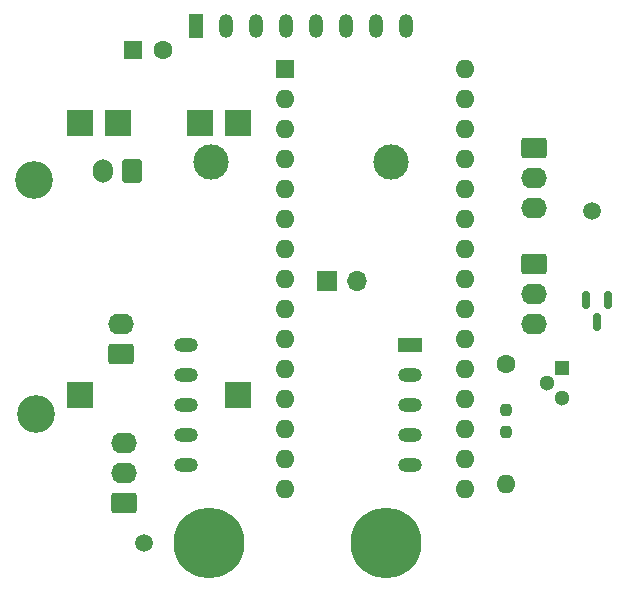
<source format=gbr>
%TF.GenerationSoftware,KiCad,Pcbnew,(5.99.0-11051-gdb19ae226a)*%
%TF.CreationDate,2021-08-12T21:18:40+02:00*%
%TF.ProjectId,boitarire,626f6974-6172-4697-9265-2e6b69636164,rev?*%
%TF.SameCoordinates,Original*%
%TF.FileFunction,Soldermask,Bot*%
%TF.FilePolarity,Negative*%
%FSLAX46Y46*%
G04 Gerber Fmt 4.6, Leading zero omitted, Abs format (unit mm)*
G04 Created by KiCad (PCBNEW (5.99.0-11051-gdb19ae226a)) date 2021-08-12 21:18:40*
%MOMM*%
%LPD*%
G01*
G04 APERTURE LIST*
G04 Aperture macros list*
%AMRoundRect*
0 Rectangle with rounded corners*
0 $1 Rounding radius*
0 $2 $3 $4 $5 $6 $7 $8 $9 X,Y pos of 4 corners*
0 Add a 4 corners polygon primitive as box body*
4,1,4,$2,$3,$4,$5,$6,$7,$8,$9,$2,$3,0*
0 Add four circle primitives for the rounded corners*
1,1,$1+$1,$2,$3*
1,1,$1+$1,$4,$5*
1,1,$1+$1,$6,$7*
1,1,$1+$1,$8,$9*
0 Add four rect primitives between the rounded corners*
20,1,$1+$1,$2,$3,$4,$5,0*
20,1,$1+$1,$4,$5,$6,$7,0*
20,1,$1+$1,$6,$7,$8,$9,0*
20,1,$1+$1,$8,$9,$2,$3,0*%
G04 Aperture macros list end*
%ADD10R,2.250000X2.250000*%
%ADD11C,3.200000*%
%ADD12R,1.700000X1.700000*%
%ADD13O,1.700000X1.700000*%
%ADD14R,1.600000X1.600000*%
%ADD15O,1.600000X1.600000*%
%ADD16C,3.000000*%
%ADD17R,1.200000X2.000000*%
%ADD18O,1.200000X2.000000*%
%ADD19RoundRect,0.250000X-0.845000X0.620000X-0.845000X-0.620000X0.845000X-0.620000X0.845000X0.620000X0*%
%ADD20O,2.190000X1.740000*%
%ADD21RoundRect,0.250000X0.845000X-0.620000X0.845000X0.620000X-0.845000X0.620000X-0.845000X-0.620000X0*%
%ADD22RoundRect,0.250000X0.600000X0.750000X-0.600000X0.750000X-0.600000X-0.750000X0.600000X-0.750000X0*%
%ADD23O,1.700000X2.000000*%
%ADD24R,1.300000X1.300000*%
%ADD25C,1.300000*%
%ADD26RoundRect,0.237500X-0.237500X0.250000X-0.237500X-0.250000X0.237500X-0.250000X0.237500X0.250000X0*%
%ADD27C,1.600000*%
%ADD28R,2.000000X1.200000*%
%ADD29O,2.000000X1.200000*%
%ADD30C,6.000000*%
%ADD31C,1.500000*%
%ADD32RoundRect,0.150000X-0.150000X0.587500X-0.150000X-0.587500X0.150000X-0.587500X0.150000X0.587500X0*%
G04 APERTURE END LIST*
D10*
%TO.C,U2*%
X144850000Y-77350000D03*
X158150000Y-77350000D03*
X148000000Y-54350000D03*
X155000000Y-54350000D03*
X144850000Y-54350000D03*
X158150000Y-54350000D03*
%TD*%
D11*
%TO.C,H103*%
X141100000Y-79000000D03*
%TD*%
D12*
%TO.C,SW1*%
X165725000Y-67750000D03*
D13*
X168265000Y-67750000D03*
%TD*%
D11*
%TO.C,H104*%
X140900000Y-59200000D03*
%TD*%
D14*
%TO.C,A1*%
X162140000Y-49750000D03*
D15*
X162140000Y-52290000D03*
X162140000Y-54830000D03*
X162140000Y-57370000D03*
X162140000Y-59910000D03*
X162140000Y-62450000D03*
X162140000Y-64990000D03*
X162140000Y-67530000D03*
X162140000Y-70070000D03*
X162140000Y-72610000D03*
X162140000Y-75150000D03*
X162140000Y-77690000D03*
X162140000Y-80230000D03*
X162140000Y-82770000D03*
X162140000Y-85310000D03*
X177380000Y-85310000D03*
X177380000Y-82770000D03*
X177380000Y-80230000D03*
X177380000Y-77690000D03*
X177380000Y-75150000D03*
X177380000Y-72610000D03*
X177380000Y-70070000D03*
X177380000Y-67530000D03*
X177380000Y-64990000D03*
X177380000Y-62450000D03*
X177380000Y-59910000D03*
X177380000Y-57370000D03*
X177380000Y-54830000D03*
X177380000Y-52290000D03*
X177380000Y-49750000D03*
%TD*%
D16*
%TO.C,U1*%
X155880000Y-57625000D03*
X171120000Y-57625000D03*
D17*
X154610000Y-46125000D03*
D18*
X157150000Y-46125000D03*
X159690000Y-46125000D03*
X162230000Y-46125000D03*
X164770000Y-46125000D03*
X167310000Y-46125000D03*
X169850000Y-46125000D03*
X172390000Y-46125000D03*
%TD*%
D19*
%TO.C,J4*%
X183250000Y-66250000D03*
D20*
X183250000Y-68790000D03*
X183250000Y-71330000D03*
%TD*%
D21*
%TO.C,J3*%
X148300000Y-73900000D03*
D20*
X148300000Y-71360000D03*
%TD*%
D22*
%TO.C,J1*%
X149250000Y-58450000D03*
D23*
X146750000Y-58450000D03*
%TD*%
D21*
%TO.C,J2*%
X148500000Y-86500000D03*
D20*
X148500000Y-83960000D03*
X148500000Y-81420000D03*
%TD*%
D24*
%TO.C,Q2*%
X185600000Y-75100000D03*
D25*
X184330000Y-76370000D03*
X185600000Y-77640000D03*
%TD*%
D26*
%TO.C,R1*%
X180900000Y-78687500D03*
X180900000Y-80512500D03*
%TD*%
D19*
%TO.C,J5*%
X183250000Y-56500000D03*
D20*
X183250000Y-59040000D03*
X183250000Y-61580000D03*
%TD*%
D14*
%TO.C,C1*%
X149294888Y-48200000D03*
D27*
X151794888Y-48200000D03*
%TD*%
D28*
%TO.C,U3*%
X172750000Y-73170000D03*
D29*
X172750000Y-75710000D03*
X172750000Y-78250000D03*
X172750000Y-80790000D03*
X172750000Y-83330000D03*
X153750000Y-83330000D03*
X153750000Y-80790000D03*
X153750000Y-78250000D03*
X153750000Y-75710000D03*
X153750000Y-73170000D03*
D30*
X170750000Y-89950000D03*
X155750000Y-89950000D03*
%TD*%
D31*
%TO.C,REF\u002A\u002A*%
X150200000Y-89900000D03*
%TD*%
D27*
%TO.C,R2*%
X180900000Y-74720000D03*
D15*
X180900000Y-84880000D03*
%TD*%
D32*
%TO.C,Q1*%
X187650000Y-69362500D03*
X189550000Y-69362500D03*
X188600000Y-71237500D03*
%TD*%
D31*
%TO.C,REF\u002A\u002A*%
X188200000Y-61800000D03*
%TD*%
M02*

</source>
